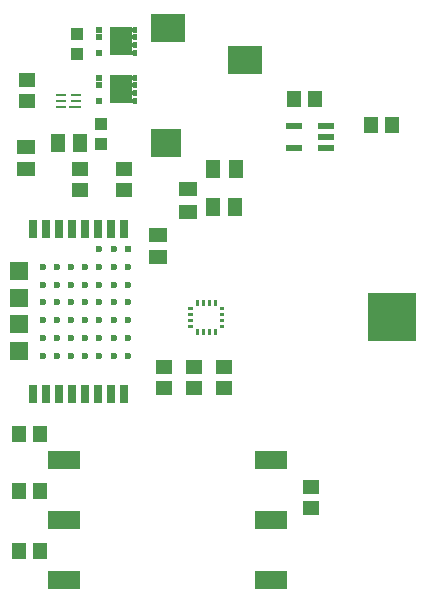
<source format=gbr>
G04 #@! TF.GenerationSoftware,KiCad,Pcbnew,(5.0.1)-4*
G04 #@! TF.CreationDate,2019-01-22T16:06:35-05:00*
G04 #@! TF.ProjectId,puck_design,7075636B5F64657369676E2E6B696361,rev?*
G04 #@! TF.SameCoordinates,Original*
G04 #@! TF.FileFunction,Paste,Top*
G04 #@! TF.FilePolarity,Positive*
%FSLAX46Y46*%
G04 Gerber Fmt 4.6, Leading zero omitted, Abs format (unit mm)*
G04 Created by KiCad (PCBNEW (5.0.1)-4) date 2019-01-22 4:06:35 PM*
%MOMM*%
%LPD*%
G01*
G04 APERTURE LIST*
%ADD10C,0.100000*%
%ADD11R,0.410000X0.500000*%
%ADD12R,0.630000X0.500000*%
%ADD13R,1.900000X2.450000*%
%ADD14R,0.700000X1.500000*%
%ADD15C,0.600000*%
%ADD16R,1.500000X1.500000*%
%ADD17R,0.600000X0.600000*%
%ADD18R,2.950000X2.400000*%
%ADD19R,2.650000X2.400000*%
%ADD20R,4.064000X4.064000*%
%ADD21R,1.450000X1.150000*%
%ADD22R,1.150000X1.450000*%
%ADD23R,1.500000X1.300000*%
%ADD24R,1.300000X1.500000*%
%ADD25R,1.000000X1.100000*%
%ADD26R,0.940000X0.270000*%
%ADD27R,1.020000X0.270000*%
%ADD28C,0.250000*%
%ADD29R,2.790000X1.520000*%
%ADD30R,1.320800X0.558800*%
G04 APERTURE END LIST*
D10*
G04 #@! TO.C,Q1*
G36*
X141170000Y-81501000D02*
X141170000Y-81841000D01*
X140720000Y-81841000D01*
X140720000Y-81501000D01*
X141170000Y-81501000D01*
G37*
G36*
X141170000Y-80201000D02*
X141170000Y-80541000D01*
X140720000Y-80541000D01*
X140720000Y-80201000D01*
X141170000Y-80201000D01*
G37*
G36*
X141170000Y-79551000D02*
X141170000Y-79891000D01*
X140720000Y-79891000D01*
X140720000Y-79551000D01*
X141170000Y-79551000D01*
G37*
G36*
X144040000Y-81501000D02*
X144040000Y-81841000D01*
X143590000Y-81841000D01*
X143590000Y-81501000D01*
X144040000Y-81501000D01*
G37*
G36*
X144040000Y-80851000D02*
X144040000Y-81191000D01*
X143590000Y-81191000D01*
X143590000Y-80851000D01*
X144040000Y-80851000D01*
G37*
G36*
X144040000Y-80201000D02*
X144040000Y-80541000D01*
X143590000Y-80541000D01*
X143590000Y-80201000D01*
X144040000Y-80201000D01*
G37*
G36*
X143365000Y-80821000D02*
X143365000Y-81841000D01*
X141920000Y-81841000D01*
X141920000Y-80821000D01*
X143365000Y-80821000D01*
G37*
G36*
X144040000Y-79551000D02*
X144040000Y-79891000D01*
X143590000Y-79891000D01*
X143590000Y-79551000D01*
X144040000Y-79551000D01*
G37*
G36*
X143365000Y-79551000D02*
X143365000Y-80571000D01*
X141920000Y-80571000D01*
X141920000Y-79551000D01*
X143365000Y-79551000D01*
G37*
G04 #@! TO.C,Q2*
G36*
X143365000Y-75487000D02*
X143365000Y-76507000D01*
X141920000Y-76507000D01*
X141920000Y-75487000D01*
X143365000Y-75487000D01*
G37*
G36*
X144040000Y-75487000D02*
X144040000Y-75827000D01*
X143590000Y-75827000D01*
X143590000Y-75487000D01*
X144040000Y-75487000D01*
G37*
G36*
X143365000Y-76757000D02*
X143365000Y-77777000D01*
X141920000Y-77777000D01*
X141920000Y-76757000D01*
X143365000Y-76757000D01*
G37*
G36*
X144040000Y-76137000D02*
X144040000Y-76477000D01*
X143590000Y-76477000D01*
X143590000Y-76137000D01*
X144040000Y-76137000D01*
G37*
G36*
X144040000Y-76787000D02*
X144040000Y-77127000D01*
X143590000Y-77127000D01*
X143590000Y-76787000D01*
X144040000Y-76787000D01*
G37*
G36*
X144040000Y-77437000D02*
X144040000Y-77777000D01*
X143590000Y-77777000D01*
X143590000Y-77437000D01*
X144040000Y-77437000D01*
G37*
G36*
X141170000Y-75487000D02*
X141170000Y-75827000D01*
X140720000Y-75827000D01*
X140720000Y-75487000D01*
X141170000Y-75487000D01*
G37*
G36*
X141170000Y-76137000D02*
X141170000Y-76477000D01*
X140720000Y-76477000D01*
X140720000Y-76137000D01*
X141170000Y-76137000D01*
G37*
G36*
X141170000Y-77437000D02*
X141170000Y-77777000D01*
X140720000Y-77777000D01*
X140720000Y-77437000D01*
X141170000Y-77437000D01*
G37*
G04 #@! TD*
D11*
G04 #@! TO.C,Q1*
X143925000Y-79721000D03*
X143925000Y-80371000D03*
X143925000Y-81021000D03*
X143925000Y-81671000D03*
D12*
X140945000Y-81671000D03*
X140945000Y-80371000D03*
D13*
X142770000Y-80696000D03*
D12*
X140945000Y-79721000D03*
G04 #@! TD*
G04 #@! TO.C,Q2*
X140945000Y-75657000D03*
D13*
X142770000Y-76632000D03*
D12*
X140945000Y-76307000D03*
X140945000Y-77607000D03*
D11*
X143925000Y-77607000D03*
X143925000Y-76957000D03*
X143925000Y-76307000D03*
X143925000Y-75657000D03*
G04 #@! TD*
D14*
G04 #@! TO.C,U2*
X135344000Y-106500000D03*
X136444000Y-106500000D03*
X137544000Y-106500000D03*
X138644000Y-106500000D03*
X139744000Y-106500000D03*
X140844000Y-106500000D03*
X141944000Y-106500000D03*
X143044000Y-106500000D03*
X143044000Y-92500000D03*
X141944000Y-92500000D03*
X140844000Y-92500000D03*
X139744000Y-92500000D03*
X138644000Y-92500000D03*
X137544000Y-92500000D03*
X136444000Y-92500000D03*
X135344000Y-92500000D03*
D15*
X142144000Y-101750000D03*
X142144000Y-100250000D03*
X142144000Y-98750000D03*
X142144000Y-97250000D03*
X140944000Y-101750000D03*
X140944000Y-100250000D03*
X140944000Y-98750000D03*
X140944000Y-97250000D03*
X139744000Y-101750000D03*
X139744000Y-100250000D03*
X139744000Y-98750000D03*
X139744000Y-97250000D03*
X138544000Y-101750000D03*
X138544000Y-100250000D03*
X138544000Y-98750000D03*
X138544000Y-97250000D03*
X137344000Y-101750000D03*
X136144000Y-101750000D03*
X136144000Y-100250000D03*
X137344000Y-100250000D03*
X137344000Y-98750000D03*
X136144000Y-98750000D03*
X136144000Y-97250000D03*
X137344000Y-97250000D03*
D16*
X134144000Y-102870000D03*
X134144000Y-100620000D03*
X134144000Y-98370000D03*
X134144000Y-96120000D03*
D15*
X142144000Y-103250000D03*
X140944000Y-103250000D03*
X139744000Y-103250000D03*
X138544000Y-103250000D03*
X137344000Y-103250000D03*
X136144000Y-103250000D03*
X142144000Y-95750000D03*
X140944000Y-95750000D03*
X139744000Y-95750000D03*
X138544000Y-95750000D03*
X137344000Y-95750000D03*
X136144000Y-95750000D03*
X143344000Y-101750000D03*
X143344000Y-100250000D03*
X143344000Y-98750000D03*
X143344000Y-97250000D03*
X143344000Y-103250000D03*
X143344000Y-95750000D03*
X142144000Y-94250000D03*
X140944000Y-94250000D03*
D17*
X143344000Y-94250000D03*
G04 #@! TD*
D18*
G04 #@! TO.C,J1*
X146725000Y-75538000D03*
D19*
X146575000Y-85238000D03*
D18*
X153275000Y-78238000D03*
G04 #@! TD*
D20*
G04 #@! TO.C,BT1*
X165748000Y-100000000D03*
G04 #@! TD*
D21*
G04 #@! TO.C,C1*
X143044000Y-89216000D03*
X143044000Y-87416000D03*
G04 #@! TD*
G04 #@! TO.C,C2*
X158890000Y-116140000D03*
X158890000Y-114340000D03*
G04 #@! TD*
G04 #@! TO.C,C3*
X146444000Y-105980000D03*
X146444000Y-104180000D03*
G04 #@! TD*
G04 #@! TO.C,C4*
X148984000Y-105980000D03*
X148984000Y-104180000D03*
G04 #@! TD*
G04 #@! TO.C,C5*
X151524000Y-104180000D03*
X151524000Y-105980000D03*
G04 #@! TD*
D22*
G04 #@! TO.C,C6*
X157400000Y-81530000D03*
X159200000Y-81530000D03*
G04 #@! TD*
G04 #@! TO.C,C7*
X163940000Y-83710000D03*
X165740000Y-83710000D03*
G04 #@! TD*
D21*
G04 #@! TO.C,C8*
X134780000Y-81720000D03*
X134780000Y-79920000D03*
G04 #@! TD*
G04 #@! TO.C,C9*
X139332000Y-87416000D03*
X139332000Y-89216000D03*
G04 #@! TD*
D22*
G04 #@! TO.C,CX1*
X135914000Y-109906000D03*
X134114000Y-109906000D03*
G04 #@! TD*
G04 #@! TO.C,CX2*
X134114000Y-114732000D03*
X135914000Y-114732000D03*
G04 #@! TD*
G04 #@! TO.C,CX3*
X135914000Y-119812000D03*
X134114000Y-119812000D03*
G04 #@! TD*
D23*
G04 #@! TO.C,L1*
X145936000Y-93020000D03*
X145936000Y-94920000D03*
G04 #@! TD*
D24*
G04 #@! TO.C,R1*
X152474000Y-87416000D03*
X150574000Y-87416000D03*
G04 #@! TD*
D25*
G04 #@! TO.C,R2*
X141110000Y-85356000D03*
X141110000Y-83656000D03*
G04 #@! TD*
G04 #@! TO.C,R3*
X139078000Y-77736000D03*
X139078000Y-76036000D03*
G04 #@! TD*
D24*
G04 #@! TO.C,R4*
X139332000Y-85268000D03*
X137432000Y-85268000D03*
G04 #@! TD*
D23*
G04 #@! TO.C,R5*
X134760000Y-87488000D03*
X134760000Y-85588000D03*
G04 #@! TD*
D26*
G04 #@! TO.C,U5*
X137686000Y-82212000D03*
X137686000Y-81712000D03*
X137686000Y-81212000D03*
X138946000Y-81212000D03*
X138946000Y-81712000D03*
D27*
X138906000Y-82212000D03*
G04 #@! TD*
D28*
G04 #@! TO.C,U1*
X149246000Y-101274000D03*
D10*
G36*
X149371000Y-101524000D02*
X149121000Y-101524000D01*
X149121000Y-101024000D01*
X149371000Y-101024000D01*
X149371000Y-101524000D01*
X149371000Y-101524000D01*
G37*
D28*
X149746000Y-101274000D03*
D10*
G36*
X149871000Y-101524000D02*
X149621000Y-101524000D01*
X149621000Y-101024000D01*
X149871000Y-101024000D01*
X149871000Y-101524000D01*
X149871000Y-101524000D01*
G37*
D28*
X150246000Y-101274000D03*
D10*
G36*
X150371000Y-101524000D02*
X150121000Y-101524000D01*
X150121000Y-101024000D01*
X150371000Y-101024000D01*
X150371000Y-101524000D01*
X150371000Y-101524000D01*
G37*
D28*
X150746000Y-101274000D03*
D10*
G36*
X150871000Y-101524000D02*
X150621000Y-101524000D01*
X150621000Y-101024000D01*
X150871000Y-101024000D01*
X150871000Y-101524000D01*
X150871000Y-101524000D01*
G37*
D28*
X148671000Y-99274000D03*
D10*
G36*
X148871000Y-99399000D02*
X148471000Y-99399000D01*
X148471000Y-99149000D01*
X148871000Y-99149000D01*
X148871000Y-99399000D01*
X148871000Y-99399000D01*
G37*
D28*
X148671000Y-99774000D03*
D10*
G36*
X148871000Y-99899000D02*
X148471000Y-99899000D01*
X148471000Y-99649000D01*
X148871000Y-99649000D01*
X148871000Y-99899000D01*
X148871000Y-99899000D01*
G37*
D28*
X148671000Y-100274000D03*
D10*
G36*
X148871000Y-100399000D02*
X148471000Y-100399000D01*
X148471000Y-100149000D01*
X148871000Y-100149000D01*
X148871000Y-100399000D01*
X148871000Y-100399000D01*
G37*
D28*
X148671000Y-100774000D03*
D10*
G36*
X148871000Y-100899000D02*
X148471000Y-100899000D01*
X148471000Y-100649000D01*
X148871000Y-100649000D01*
X148871000Y-100899000D01*
X148871000Y-100899000D01*
G37*
D28*
X150746000Y-98774000D03*
D10*
G36*
X150871000Y-99024000D02*
X150621000Y-99024000D01*
X150621000Y-98524000D01*
X150871000Y-98524000D01*
X150871000Y-99024000D01*
X150871000Y-99024000D01*
G37*
D28*
X149246000Y-98774000D03*
D10*
G36*
X149371000Y-99024000D02*
X149121000Y-99024000D01*
X149121000Y-98524000D01*
X149371000Y-98524000D01*
X149371000Y-99024000D01*
X149371000Y-99024000D01*
G37*
D28*
X150246000Y-98774000D03*
D10*
G36*
X150371000Y-99024000D02*
X150121000Y-99024000D01*
X150121000Y-98524000D01*
X150371000Y-98524000D01*
X150371000Y-99024000D01*
X150371000Y-99024000D01*
G37*
D28*
X149746000Y-98774000D03*
D10*
G36*
X149871000Y-99024000D02*
X149621000Y-99024000D01*
X149621000Y-98524000D01*
X149871000Y-98524000D01*
X149871000Y-99024000D01*
X149871000Y-99024000D01*
G37*
D28*
X151321000Y-99774000D03*
D10*
G36*
X151521000Y-99899000D02*
X151121000Y-99899000D01*
X151121000Y-99649000D01*
X151521000Y-99649000D01*
X151521000Y-99899000D01*
X151521000Y-99899000D01*
G37*
D28*
X151321000Y-100274000D03*
D10*
G36*
X151521000Y-100399000D02*
X151121000Y-100399000D01*
X151121000Y-100149000D01*
X151521000Y-100149000D01*
X151521000Y-100399000D01*
X151521000Y-100399000D01*
G37*
D28*
X151321000Y-100774000D03*
D10*
G36*
X151521000Y-100899000D02*
X151121000Y-100899000D01*
X151121000Y-100649000D01*
X151521000Y-100649000D01*
X151521000Y-100899000D01*
X151521000Y-100899000D01*
G37*
D28*
X151321000Y-99274000D03*
D10*
G36*
X151521000Y-99399000D02*
X151121000Y-99399000D01*
X151121000Y-99149000D01*
X151521000Y-99149000D01*
X151521000Y-99399000D01*
X151521000Y-99399000D01*
G37*
G04 #@! TD*
D29*
G04 #@! TO.C,U3*
X137930000Y-122224000D03*
X137930000Y-112064000D03*
X155460000Y-112064000D03*
X137930000Y-117144000D03*
X155460000Y-122224000D03*
X155460000Y-117144000D03*
G04 #@! TD*
D30*
G04 #@! TO.C,U4*
X160131600Y-85699800D03*
X160131600Y-84760000D03*
X160131600Y-83820200D03*
X157388400Y-83820200D03*
X157388400Y-85699800D03*
G04 #@! TD*
D23*
G04 #@! TO.C,R6*
X148480000Y-89190000D03*
X148480000Y-91090000D03*
G04 #@! TD*
D24*
G04 #@! TO.C,R7*
X152450000Y-90700000D03*
X150550000Y-90700000D03*
G04 #@! TD*
M02*

</source>
